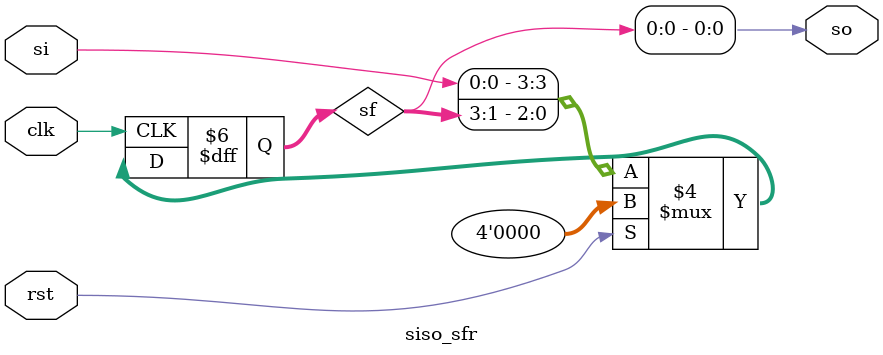
<source format=v>
module siso_sfr(input clk,rst,si, output reg so);
  reg [3:0] sf;
  assign so=sf[0];
  always@(posedge clk)begin
    if(rst==1)
      sf<=4'b0000;
    else begin
      sf <= {si,sf[3:1]};
    end
  end
endmodule

</source>
